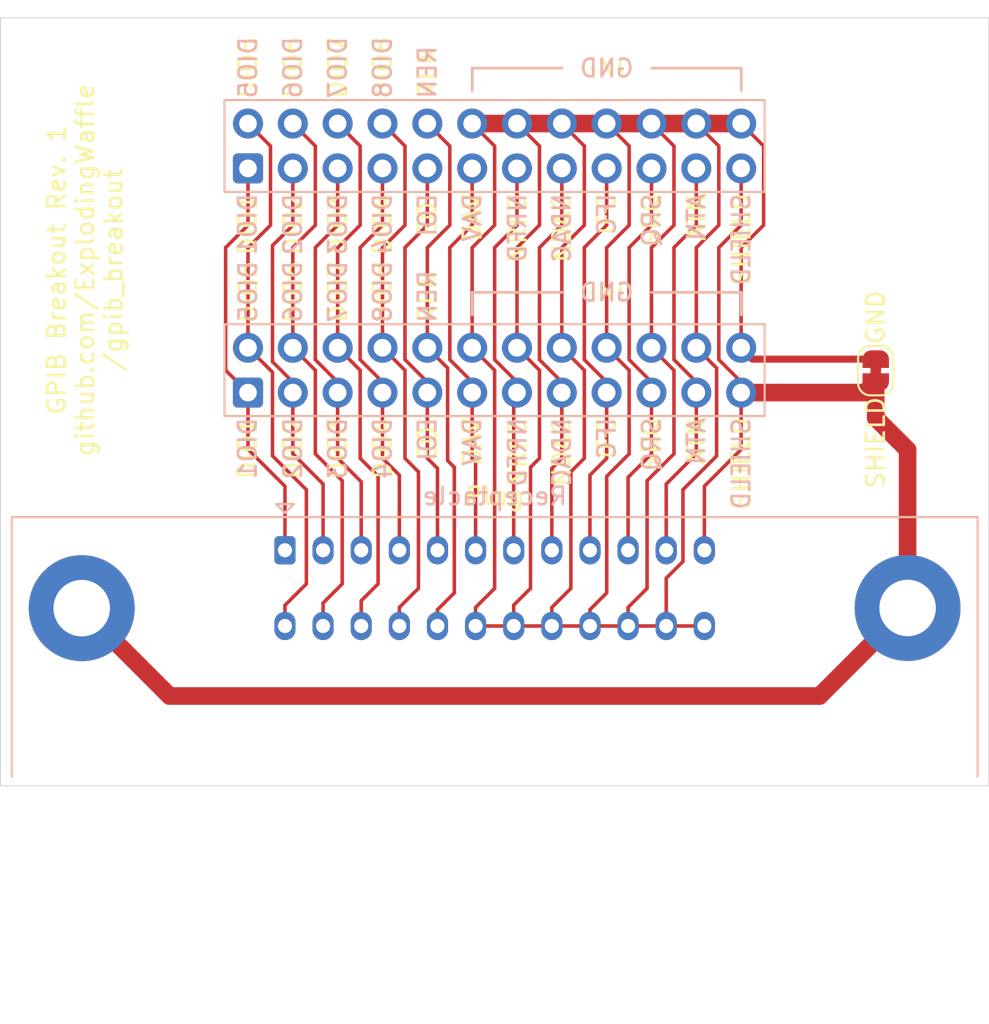
<source format=kicad_pcb>
(kicad_pcb (version 20241229) (generator "pcbnew") (generator_version "9.0")
  (layers (0 "F.Cu" signal) (2 "B.Cu" signal) (13 "F.Paste" user) (15 "B.Paste" user) (5 "F.SilkS" user "F.Silkscreen") (7 "B.SilkS" user "B.Silkscreen") (1 "F.Mask" user) (3 "B.Mask" user) (25 "Edge.Cuts" user))
  (net 0 "")
  (net 1 "/NDAC")
  (net 2 "/IFC")
  (net 3 "GND")
  (net 4 "/DIO1")
  (net 5 "/SRQ")
  (net 6 "/DIO2")
  (net 7 "/DIO3")
  (net 8 "/DIO7")
  (net 9 "/EOI")
  (net 10 "/DIO4")
  (net 11 "/ATN")
  (net 12 "/NRFD")
  (net 13 "/DIO8")
  (net 14 "/DIO5")
  (net 15 "/REN")
  (net 16 "/SHIELD")
  (net 17 "/DIO6")
  (net 18 "/DAV")
  (footprint "Connector_PinHeader_2.54mm:PinHeader_2x12_P2.54mm_Vertical" (layer "F.Cu") (at 125.13 98.3 90)
    (property "Reference" "J2" (hide yes))
    (property "Value" "2.54mm pitch header")
    (fp_line (start 3.87 -1.33) (end 3.87 29.27) (stroke (width 0.12)) (layer "F.SilkS"))
    (fp_line (start 1.27 -1.33) (end 3.87 -1.33) (stroke (width 0.12)) (layer "F.SilkS"))
    (fp_line (start -1.33 -1.33) (end 1.27 -1.33) (stroke (width 0.12)) (layer "F.SilkS"))
    (fp_line (start -1.33 1.27) (end -1.33 -1.33) (stroke (width 0.12)) (layer "F.SilkS"))
    (fp_line (start -1.33 1.27) (end -1.33 29.27) (stroke (width 0.12)) (layer "F.SilkS"))
    (fp_line (start -1.33 29.27) (end 3.87 29.27) (stroke (width 0.12)) (layer "F.SilkS"))
    (fp_line (start 3.87 -1.33) (end 3.87 29.27) (stroke (width 0.12)) (layer "B.SilkS"))
    (fp_line (start 1.27 -1.33) (end 3.87 -1.33) (stroke (width 0.12)) (layer "B.SilkS"))
    (fp_line (start -1.33 -1.33) (end 1.27 -1.33) (stroke (width 0.12)) (layer "B.SilkS"))
    (fp_line (start -1.33 1.27) (end -1.33 -1.33) (stroke (width 0.12)) (layer "B.SilkS"))
    (fp_line (start -1.33 1.27) (end -1.33 29.27) (stroke (width 0.12)) (layer "B.SilkS"))
    (fp_line (start -1.33 29.27) (end 3.87 29.27) (stroke (width 0.12)) (layer "B.SilkS"))
    (pad "1" thru_hole roundrect (at 0 0 90) (size 1.7 1.7) (drill 1) (layers "*.Cu" "*.Mask") (roundrect_rratio 0.1470588235) (net 4 "/DIO1"))
    (pad "2" thru_hole oval (at 2.54 0 90) (size 1.7 1.7) (drill 1) (layers "*.Cu" "*.Mask") (net 14 "/DIO5"))
    (pad "3" thru_hole oval (at 0 2.54 90) (size 1.7 1.7) (drill 1) (layers "*.Cu" "*.Mask") (net 6 "/DIO2"))
    (pad "4" thru_hole oval (at 2.54 2.54 90) (size 1.7 1.7) (drill 1) (layers "*.Cu" "*.Mask") (net 17 "/DIO6"))
    (pad "5" thru_hole oval (at 0 5.08 90) (size 1.7 1.7) (drill 1) (layers "*.Cu" "*.Mask") (net 7 "/DIO3"))
    (pad "6" thru_hole oval (at 2.54 5.08 90) (size 1.7 1.7) (drill 1) (layers "*.Cu" "*.Mask") (net 8 "/DIO7"))
    (pad "7" thru_hole oval (at 0 7.62 90) (size 1.7 1.7) (drill 1) (layers "*.Cu" "*.Mask") (net 10 "/DIO4"))
    (pad "8" thru_hole oval (at 2.54 7.62 90) (size 1.7 1.7) (drill 1) (layers "*.Cu" "*.Mask") (net 13 "/DIO8"))
    (pad "9" thru_hole oval (at 0 10.16 90) (size 1.7 1.7) (drill 1) (layers "*.Cu" "*.Mask") (net 9 "/EOI"))
    (pad "10" thru_hole oval (at 2.54 10.16 90) (size 1.7 1.7) (drill 1) (layers "*.Cu" "*.Mask") (net 15 "/REN"))
    (pad "11" thru_hole oval (at 0 12.7 90) (size 1.7 1.7) (drill 1) (layers "*.Cu" "*.Mask") (net 18 "/DAV"))
    (pad "12" thru_hole oval (at 2.54 12.7 90) (size 1.7 1.7) (drill 1) (layers "*.Cu" "*.Mask") (net 3 "GND"))
    (pad "13" thru_hole oval (at 0 15.24 90) (size 1.7 1.7) (drill 1) (layers "*.Cu" "*.Mask") (net 12 "/NRFD"))
    (pad "14" thru_hole oval (at 2.54 15.24 90) (size 1.7 1.7) (drill 1) (layers "*.Cu" "*.Mask") (net 3 "GND"))
    (pad "15" thru_hole oval (at 0 17.78 90) (size 1.7 1.7) (drill 1) (layers "*.Cu" "*.Mask") (net 1 "/NDAC"))
    (pad "16" thru_hole oval (at 2.54 17.78 90) (size 1.7 1.7) (drill 1) (layers "*.Cu" "*.Mask") (net 3 "GND"))
    (pad "17" thru_hole oval (at 0 20.32 90) (size 1.7 1.7) (drill 1) (layers "*.Cu" "*.Mask") (net 2 "/IFC"))
    (pad "18" thru_hole oval (at 2.54 20.32 90) (size 1.7 1.7) (drill 1) (layers "*.Cu" "*.Mask") (net 3 "GND"))
    (pad "19" thru_hole oval (at 0 22.86 90) (size 1.7 1.7) (drill 1) (layers "*.Cu" "*.Mask") (net 5 "/SRQ"))
    (pad "20" thru_hole oval (at 2.54 22.86 90) (size 1.7 1.7) (drill 1) (layers "*.Cu" "*.Mask") (net 3 "GND"))
    (pad "21" thru_hole oval (at 0 25.4 90) (size 1.7 1.7) (drill 1) (layers "*.Cu" "*.Mask") (net 11 "/ATN"))
    (pad "22" thru_hole oval (at 2.54 25.4 90) (size 1.7 1.7) (drill 1) (layers "*.Cu" "*.Mask") (net 3 "GND"))
    (pad "23" thru_hole oval (at 0 27.94 90) (size 1.7 1.7) (drill 1) (layers "*.Cu" "*.Mask") (net 16 "/SHIELD"))
    (pad "24" thru_hole oval (at 2.54 27.94 90) (size 1.7 1.7) (drill 1) (layers "*.Cu" "*.Mask") (net 3 "GND"))
  )
  (footprint "MyLibrary:GPIB_Conn" (layer "F.Cu") (at 127.225 107.23)
    (property "Reference" "J1" (hide yes))
    (property "Value" "GPIB connector")
    (fp_line (start -15.48 -1.875) (end 39.24 -1.875) (stroke (width 0.12)) (layer "F.SilkS"))
    (fp_line (start -15.48 12.835) (end -15.48 -1.875) (stroke (width 0.12)) (layer "F.SilkS"))
    (fp_line (start -0.5 -2.615) (end 0.5 -2.615) (stroke (width 0.12)) (layer "F.SilkS"))
    (fp_line (start 0 -2.115) (end -0.5 -2.615) (stroke (width 0.12)) (layer "F.SilkS"))
    (fp_line (start 0.5 -2.615) (end 0 -2.115) (stroke (width 0.12)) (layer "F.SilkS"))
    (fp_line (start 39.24 -1.875) (end 39.24 12.835) (stroke (width 0.12)) (layer "F.SilkS"))
    (fp_line (start -15.48 -1.875) (end 39.24 -1.875) (stroke (width 0.12)) (layer "B.SilkS"))
    (fp_line (start -15.48 12.835) (end -15.48 -1.875) (stroke (width 0.12)) (layer "B.SilkS"))
    (fp_line (start -0.5 -2.615) (end 0.5 -2.615) (stroke (width 0.12)) (layer "B.SilkS"))
    (fp_line (start 0 -2.115) (end -0.5 -2.615) (stroke (width 0.12)) (layer "B.SilkS"))
    (fp_line (start 0.5 -2.615) (end 0 -2.115) (stroke (width 0.12)) (layer "B.SilkS"))
    (fp_line (start 39.24 -1.875) (end 39.24 12.835) (stroke (width 0.12)) (layer "B.SilkS"))
    (fp_text user "Plug" (at 11.88 -2.475 0) (layer "F.SilkS") (effects (justify bottom)))
    (fp_text user "Receptacle" (at 11.88 -2.475 0) (layer "B.SilkS") (effects (justify bottom mirror)))
    (pad "1" thru_hole roundrect (at 0 0) (size 1.2 1.6) (drill 0.8) (layers "*.Cu" "*.Mask") (roundrect_rratio 0.2083333333) (net 4 "/DIO1"))
    (pad "2" thru_hole oval (at 2.16 0) (size 1.2 1.6) (drill 0.8) (layers "*.Cu" "*.Mask") (net 6 "/DIO2"))
    (pad "3" thru_hole oval (at 4.32 0) (size 1.2 1.6) (drill 0.8) (layers "*.Cu" "*.Mask") (net 7 "/DIO3"))
    (pad "4" thru_hole oval (at 6.48 0) (size 1.2 1.6) (drill 0.8) (layers "*.Cu" "*.Mask") (net 10 "/DIO4"))
    (pad "5" thru_hole oval (at 8.64 0) (size 1.2 1.6) (drill 0.8) (layers "*.Cu" "*.Mask") (net 9 "/EOI"))
    (pad "6" thru_hole oval (at 10.8 0) (size 1.2 1.6) (drill 0.8) (layers "*.Cu" "*.Mask") (net 18 "/DAV"))
    (pad "7" thru_hole oval (at 12.96 0) (size 1.2 1.6) (drill 0.8) (layers "*.Cu" "*.Mask") (net 12 "/NRFD"))
    (pad "8" thru_hole oval (at 15.12 0) (size 1.2 1.6) (drill 0.8) (layers "*.Cu" "*.Mask") (net 1 "/NDAC"))
    (pad "9" thru_hole oval (at 17.28 0) (size 1.2 1.6) (drill 0.8) (layers "*.Cu" "*.Mask") (net 2 "/IFC"))
    (pad "10" thru_hole oval (at 19.44 0) (size 1.2 1.6) (drill 0.8) (layers "*.Cu" "*.Mask") (net 5 "/SRQ"))
    (pad "11" thru_hole oval (at 21.6 0) (size 1.2 1.6) (drill 0.8) (layers "*.Cu" "*.Mask") (net 11 "/ATN"))
    (pad "12" thru_hole oval (at 23.76 0) (size 1.2 1.6) (drill 0.8) (layers "*.Cu" "*.Mask") (net 16 "/SHIELD"))
    (pad "13" thru_hole oval (at 0 4.29) (size 1.2 1.6) (drill 0.8) (layers "*.Cu" "*.Mask") (net 14 "/DIO5"))
    (pad "14" thru_hole oval (at 2.16 4.29) (size 1.2 1.6) (drill 0.8) (layers "*.Cu" "*.Mask") (net 17 "/DIO6"))
    (pad "15" thru_hole oval (at 4.32 4.29) (size 1.2 1.6) (drill 0.8) (layers "*.Cu" "*.Mask") (net 8 "/DIO7"))
    (pad "16" thru_hole oval (at 6.48 4.29) (size 1.2 1.6) (drill 0.8) (layers "*.Cu" "*.Mask") (net 13 "/DIO8"))
    (pad "17" thru_hole oval (at 8.64 4.29) (size 1.2 1.6) (drill 0.8) (layers "*.Cu" "*.Mask") (net 15 "/REN"))
    (pad "18" thru_hole oval (at 10.8 4.29) (size 1.2 1.6) (drill 0.8) (layers "*.Cu" "*.Mask") (net 3 "GND"))
    (pad "19" thru_hole oval (at 12.96 4.29) (size 1.2 1.6) (drill 0.8) (layers "*.Cu" "*.Mask") (net 3 "GND"))
    (pad "20" thru_hole oval (at 15.12 4.29) (size 1.2 1.6) (drill 0.8) (layers "*.Cu" "*.Mask") (net 3 "GND"))
    (pad "21" thru_hole oval (at 17.28 4.29) (size 1.2 1.6) (drill 0.8) (layers "*.Cu" "*.Mask") (net 3 "GND"))
    (pad "22" thru_hole oval (at 19.44 4.29) (size 1.2 1.6) (drill 0.8) (layers "*.Cu" "*.Mask") (net 3 "GND"))
    (pad "23" thru_hole oval (at 21.6 4.29) (size 1.2 1.6) (drill 0.8) (layers "*.Cu" "*.Mask") (net 3 "GND"))
    (pad "24" thru_hole oval (at 23.76 4.29) (size 1.2 1.6) (drill 0.8) (layers "*.Cu" "*.Mask") (net 3 "GND"))
    (pad "MP" thru_hole circle (at -11.515 3.28) (size 6 6) (drill 3.2) (layers "*.Cu" "*.Mask") (net 16 "/SHIELD"))
    (pad "MP" thru_hole circle (at 35.275 3.27) (size 6 6) (drill 3.2) (layers "*.Cu" "*.Mask") (net 16 "/SHIELD"))
  )
  (footprint "Jumper:SolderJumper-2_P1.3mm_Bridged_RoundedPad1.0x1.5mm" (layer "F.Cu") (at 160.695 97.055 -90)
    (property "Reference" "JP1" (hide yes))
    (property "Value" "GND SHIELD")
    (fp_poly (pts (xy 0.25 -0.3) (xy -0.25 -0.3) (xy -0.25 0.3) (xy 0.25 0.3)) (fill yes) (layer "F.Cu"))
    (fp_line (start 0.7 1) (end -0.7 1) (stroke (width 0.12)) (layer "F.SilkS"))
    (fp_line (start -1.4 0.3) (end -1.4 -0.3) (stroke (width 0.12)) (layer "F.SilkS"))
    (fp_line (start 1.4 -0.3) (end 1.4 0.3) (stroke (width 0.12)) (layer "F.SilkS"))
    (fp_line (start -0.7 -1) (end 0.7 -1) (stroke (width 0.12)) (layer "F.SilkS"))
    (fp_arc (start -0.7 1) (mid -1.194975 0.794975) (end -1.4 0.3) (stroke (width 0.12)) (layer "F.SilkS"))
    (fp_arc (start 1.4 0.3) (mid 1.194975 0.794975) (end 0.7 1) (stroke (width 0.12)) (layer "F.SilkS"))
    (fp_arc (start -1.4 -0.3) (mid -1.194975 -0.794975) (end -0.7 -1) (stroke (width 0.12)) (layer "F.SilkS"))
    (fp_arc (start 0.7 -1) (mid 1.194975 -0.794975) (end 1.4 -0.3) (stroke (width 0.12)) (layer "F.SilkS"))
    (pad "1" smd custom (at -0.65 0 270) (size 1 0.5) (layers "F.Cu" "F.Mask") (net 3 "GND") (options (clearance outline) (anchor rect)) (primitives (gr_circle (center 0 0.25) (end 0.5 0.25) (width 0) (fill yes)) (gr_circle (center 0 -0.25) (end 0.5 -0.25) (width 0) (fill yes)) (gr_poly (pts (xy 0.5 0.75) (xy 0 0.75) (xy 0 -0.75) (xy 0.5 -0.75)) (width 0) (fill yes))))
    (pad "2" smd custom (at 0.65 0 270) (size 1 0.5) (layers "F.Cu" "F.Mask") (net 16 "/SHIELD") (options (clearance outline) (anchor rect)) (primitives (gr_circle (center 0 0.25) (end 0.5 0.25) (width 0) (fill yes)) (gr_circle (center 0 -0.25) (end 0.5 -0.25) (width 0) (fill yes)) (gr_poly (pts (xy 0 0.75) (xy -0.5 0.75) (xy -0.5 -0.75) (xy 0 -0.75)) (width 0) (fill yes))))
  )
  (footprint "Connector_PinHeader_2.54mm:PinHeader_2x12_P2.54mm_Vertical" (layer "F.Cu") (at 125.13 85.6 90)
    (property "Reference" "J3" (hide yes))
    (property "Value" "2.54mm pitch header")
    (fp_line (start 3.87 -1.33) (end 3.87 29.27) (stroke (width 0.12)) (layer "F.SilkS"))
    (fp_line (start 1.27 -1.33) (end 3.87 -1.33) (stroke (width 0.12)) (layer "F.SilkS"))
    (fp_line (start -1.33 -1.33) (end 1.27 -1.33) (stroke (width 0.12)) (layer "F.SilkS"))
    (fp_line (start -1.33 1.27) (end -1.33 -1.33) (stroke (width 0.12)) (layer "F.SilkS"))
    (fp_line (start -1.33 1.27) (end -1.33 29.27) (stroke (width 0.12)) (layer "F.SilkS"))
    (fp_line (start -1.33 29.27) (end 3.87 29.27) (stroke (width 0.12)) (layer "F.SilkS"))
    (fp_line (start 3.87 -1.33) (end 3.87 29.27) (stroke (width 0.12)) (layer "B.SilkS"))
    (fp_line (start 1.27 -1.33) (end 3.87 -1.33) (stroke (width 0.12)) (layer "B.SilkS"))
    (fp_line (start -1.33 -1.33) (end 1.27 -1.33) (stroke (width 0.12)) (layer "B.SilkS"))
    (fp_line (start -1.33 1.27) (end -1.33 -1.33) (stroke (width 0.12)) (layer "B.SilkS"))
    (fp_line (start -1.33 1.27) (end -1.33 29.27) (stroke (width 0.12)) (layer "B.SilkS"))
    (fp_line (start -1.33 29.27) (end 3.87 29.27) (stroke (width 0.12)) (layer "B.SilkS"))
    (pad "1" thru_hole roundrect (at 0 0 90) (size 1.7 1.7) (drill 1) (layers "*.Cu" "*.Mask") (roundrect_rratio 0.1470588235) (net 4 "/DIO1"))
    (pad "2" thru_hole oval (at 2.54 0 90) (size 1.7 1.7) (drill 1) (layers "*.Cu" "*.Mask") (net 14 "/DIO5"))
    (pad "3" thru_hole oval (at 0 2.54 90) (size 1.7 1.7) (drill 1) (layers "*.Cu" "*.Mask") (net 6 "/DIO2"))
    (pad "4" thru_hole oval (at 2.54 2.54 90) (size 1.7 1.7) (drill 1) (layers "*.Cu" "*.Mask") (net 17 "/DIO6"))
    (pad "5" thru_hole oval (at 0 5.08 90) (size 1.7 1.7) (drill 1) (layers "*.Cu" "*.Mask") (net 7 "/DIO3"))
    (pad "6" thru_hole oval (at 2.54 5.08 90) (size 1.7 1.7) (drill 1) (layers "*.Cu" "*.Mask") (net 8 "/DIO7"))
    (pad "7" thru_hole oval (at 0 7.62 90) (size 1.7 1.7) (drill 1) (layers "*.Cu" "*.Mask") (net 10 "/DIO4"))
    (pad "8" thru_hole oval (at 2.54 7.62 90) (size 1.7 1.7) (drill 1) (layers "*.Cu" "*.Mask") (net 13 "/DIO8"))
    (pad "9" thru_hole oval (at 0 10.16 90) (size 1.7 1.7) (drill 1) (layers "*.Cu" "*.Mask") (net 9 "/EOI"))
    (pad "10" thru_hole oval (at 2.54 10.16 90) (size 1.7 1.7) (drill 1) (layers "*.Cu" "*.Mask") (net 15 "/REN"))
    (pad "11" thru_hole oval (at 0 12.7 90) (size 1.7 1.7) (drill 1) (layers "*.Cu" "*.Mask") (net 18 "/DAV"))
    (pad "12" thru_hole oval (at 2.54 12.7 90) (size 1.7 1.7) (drill 1) (layers "*.Cu" "*.Mask") (net 3 "GND"))
    (pad "13" thru_hole oval (at 0 15.24 90) (size 1.7 1.7) (drill 1) (layers "*.Cu" "*.Mask") (net 12 "/NRFD"))
    (pad "14" thru_hole oval (at 2.54 15.24 90) (size 1.7 1.7) (drill 1) (layers "*.Cu" "*.Mask") (net 3 "GND"))
    (pad "15" thru_hole oval (at 0 17.78 90) (size 1.7 1.7) (drill 1) (layers "*.Cu" "*.Mask") (net 1 "/NDAC"))
    (pad "16" thru_hole oval (at 2.54 17.78 90) (size 1.7 1.7) (drill 1) (layers "*.Cu" "*.Mask") (net 3 "GND"))
    (pad "17" thru_hole oval (at 0 20.32 90) (size 1.7 1.7) (drill 1) (layers "*.Cu" "*.Mask") (net 2 "/IFC"))
    (pad "18" thru_hole oval (at 2.54 20.32 90) (size 1.7 1.7) (drill 1) (layers "*.Cu" "*.Mask") (net 3 "GND"))
    (pad "19" thru_hole oval (at 0 22.86 90) (size 1.7 1.7) (drill 1) (layers "*.Cu" "*.Mask") (net 5 "/SRQ"))
    (pad "20" thru_hole oval (at 2.54 22.86 90) (size 1.7 1.7) (drill 1) (layers "*.Cu" "*.Mask") (net 3 "GND"))
    (pad "21" thru_hole oval (at 0 25.4 90) (size 1.7 1.7) (drill 1) (layers "*.Cu" "*.Mask") (net 11 "/ATN"))
    (pad "22" thru_hole oval (at 2.54 25.4 90) (size 1.7 1.7) (drill 1) (layers "*.Cu" "*.Mask") (net 3 "GND"))
    (pad "23" thru_hole oval (at 0 27.94 90) (size 1.7 1.7) (drill 1) (layers "*.Cu" "*.Mask") (net 16 "/SHIELD"))
    (pad "24" thru_hole oval (at 2.54 27.94 90) (size 1.7 1.7) (drill 1) (layers "*.Cu" "*.Mask") (net 3 "GND"))
  )
  (gr_line (start 142.915 79.925) (end 137.835 79.925) (stroke (width 0.15)) (layer "F.SilkS"))
  (gr_line (start 147.995 79.925) (end 153.075 79.925) (stroke (width 0.15)) (layer "F.SilkS"))
  (gr_line (start 137.835 92.625) (end 137.835 93.895) (stroke (width 0.15)) (layer "F.SilkS"))
  (gr_line (start 153.075 79.925) (end 153.075 81.195) (stroke (width 0.15)) (layer "F.SilkS"))
  (gr_line (start 142.915 92.625) (end 137.835 92.625) (stroke (width 0.15)) (layer "F.SilkS"))
  (gr_line (start 147.995 92.625) (end 153.075 92.625) (stroke (width 0.15)) (layer "F.SilkS"))
  (gr_line (start 137.835 79.925) (end 137.835 81.195) (stroke (width 0.15)) (layer "F.SilkS"))
  (gr_line (start 153.075 92.625) (end 153.075 93.895) (stroke (width 0.15)) (layer "F.SilkS"))
  (gr_line (start 153.075 79.925) (end 153.075 81.195) (stroke (width 0.15)) (layer "B.SilkS"))
  (gr_line (start 137.835 79.925) (end 137.835 81.195) (stroke (width 0.15)) (layer "B.SilkS"))
  (gr_line (start 137.835 92.625) (end 137.835 93.895) (stroke (width 0.15)) (layer "B.SilkS"))
  (gr_line (start 147.995 92.625) (end 153.075 92.625) (stroke (width 0.15)) (layer "B.SilkS"))
  (gr_line (start 147.995 79.925) (end 153.075 79.925) (stroke (width 0.15)) (layer "B.SilkS"))
  (gr_line (start 142.915 92.625) (end 137.835 92.625) (stroke (width 0.15)) (layer "B.SilkS"))
  (gr_line (start 153.075 92.625) (end 153.075 93.895) (stroke (width 0.15)) (layer "B.SilkS"))
  (gr_line (start 142.915 79.925) (end 137.835 79.925) (stroke (width 0.15)) (layer "B.SilkS"))
  (gr_rect (start 111.105 77.065) (end 167.105 120.565) (stroke (width 0.05)) (fill no) (layer "Edge.Cuts"))
  (gr_text "DIO4" (at 132.755 86.93 90) (layer "F.SilkS") (effects (font (size 1 1)) (justify right)))
  (gr_text "ATN" (at 150.535 86.93 90) (layer "F.SilkS") (effects (font (size 1 1)) (justify right)))
  (gr_text "SRQ" (at 147.995 99.63 90) (layer "F.SilkS") (effects (font (size 1 1)) (justify right)))
  (gr_text "GPIB Breakout Rev. 1\ngithub.com/ExplodingWaffle\n/gpib_breakout" (at 113.705 91.355 90) (layer "F.SilkS") (effects (font (size 1 1)) (justify top)))
  (gr_text "DIO6" (at 127.675 81.73 90) (layer "F.SilkS") (effects (font (size 1 1)) (justify left)))
  (gr_text "DIO3" (at 130.215 86.93 90) (layer "F.SilkS") (effects (font (size 1 1)) (justify right)))
  (gr_text "SRQ" (at 147.995 86.93 90) (layer "F.SilkS") (effects (font (size 1 1)) (justify right)))
  (gr_text "DIO8" (at 132.755 94.43 90) (layer "F.SilkS") (effects (font (size 1 1)) (justify left)))
  (gr_text "EOI" (at 135.295 99.63 90) (layer "F.SilkS") (effects (font (size 1 1)) (justify right)))
  (gr_text "NRFD" (at 140.4 99.63 90) (layer "F.SilkS") (effects (font (size 1 1)) (justify right)))
  (gr_text "SHIELD" (at 153.075 99.63 90) (layer "F.SilkS") (effects (font (size 1 1)) (justify right)))
  (gr_text "DAV" (at 137.835 86.93 90) (layer "F.SilkS") (effects (font (size 1 1)) (justify right)))
  (gr_text "DAV" (at 137.835 99.63 90) (layer "F.SilkS") (effects (font (size 1 1)) (justify right)))
  (gr_text "DIO8" (at 132.755 81.73 90) (layer "F.SilkS") (effects (font (size 1 1)) (justify left)))
  (gr_text "ATN" (at 150.535 99.63 90) (layer "F.SilkS") (effects (font (size 1 1)) (justify right)))
  (gr_text "DIO1" (at 125.1 86.93 90) (layer "F.SilkS") (effects (font (size 1 1)) (justify right)))
  (gr_text "DIO3" (at 130.215 99.63 90) (layer "F.SilkS") (effects (font (size 1 1)) (justify right)))
  (gr_text "DIO1" (at 125.1 99.63 90) (layer "F.SilkS") (effects (font (size 1 1)) (justify right)))
  (gr_text "DIO7" (at 130.215 81.73 90) (layer "F.SilkS") (effects (font (size 1 1)) (justify left)))
  (gr_text "SHIELD" (at 153.075 86.93 90) (layer "F.SilkS") (effects (font (size 1 1)) (justify right)))
  (gr_text "NRFD" (at 140.4 86.93 90) (layer "F.SilkS") (effects (font (size 1 1)) (justify right)))
  (gr_text "IFC" (at 145.455 86.93 90) (layer "F.SilkS") (effects (font (size 1 1)) (justify right)))
  (gr_text "DIO7" (at 130.215 94.43 90) (layer "F.SilkS") (effects (font (size 1 1)) (justify left)))
  (gr_text "NDAC" (at 142.915 99.63 90) (layer "F.SilkS") (effects (font (size 1 1)) (justify right)))
  (gr_text "DIO2" (at 127.675 86.93 90) (layer "F.SilkS") (effects (font (size 1 1)) (justify right)))
  (gr_text "DIO4" (at 132.755 99.63 90) (layer "F.SilkS") (effects (font (size 1 1)) (justify right)))
  (gr_text "EOI" (at 135.295 86.93 90) (layer "F.SilkS") (effects (font (size 1 1)) (justify right)))
  (gr_text "GND" (at 145.455 79.925 0) (layer "F.SilkS") (effects (font (size 1 1))))
  (gr_text "DIO2" (at 127.675 99.63 90) (layer "F.SilkS") (effects (font (size 1 1)) (justify right)))
  (gr_text "DIO5" (at 125.135 81.73 90) (layer "F.SilkS") (effects (font (size 1 1)) (justify left)))
  (gr_text "SHIELD" (at 160.695 98.455 90) (layer "F.SilkS") (effects (font (size 1 1)) (justify right)))
  (gr_text "REN" (at 135.295 94.43 90) (layer "F.SilkS") (effects (font (size 1 1)) (justify left)))
  (gr_text "GND" (at 160.695 95.655 90) (layer "F.SilkS") (effects (font (size 1 1)) (justify left)))
  (gr_text "DIO6" (at 127.675 94.43 90) (layer "F.SilkS") (effects (font (size 1 1)) (justify left)))
  (gr_text "NDAC" (at 142.915 86.93 90) (layer "F.SilkS") (effects (font (size 1 1)) (justify right)))
  (gr_text "DIO5" (at 125.135 94.43 90) (layer "F.SilkS") (effects (font (size 1 1)) (justify left)))
  (gr_text "IFC" (at 145.455 99.63 90) (layer "F.SilkS") (effects (font (size 1 1)) (justify right)))
  (gr_text "GND" (at 145.455 92.625 0) (layer "F.SilkS") (effects (font (size 1 1))))
  (gr_text "REN" (at 135.295 81.73 90) (layer "F.SilkS") (effects (font (size 1 1)) (justify left)))
  (gr_text "DAV" (at 137.835 99.63 90) (layer "B.SilkS") (effects (font (size 1 1)) (justify left mirror)))
  (gr_text "DIO8" (at 132.755 81.73 90) (layer "B.SilkS") (effects (font (size 1 1)) (justify right mirror)))
  (gr_text "NRFD" (at 140.4 99.63 90) (layer "B.SilkS") (effects (font (size 1 1)) (justify left mirror)))
  (gr_text "SHIELD" (at 153.075 86.93 90) (layer "B.SilkS") (effects (font (size 1 1)) (justify left mirror)))
  (gr_text "IFC" (at 145.455 86.93 90) (layer "B.SilkS") (effects (font (size 1 1)) (justify left mirror)))
  (gr_text "DIO5" (at 125.135 81.73 90) (layer "B.SilkS") (effects (font (size 1 1)) (justify right mirror)))
  (gr_text "ATN" (at 150.535 86.93 90) (layer "B.SilkS") (effects (font (size 1 1)) (justify left mirror)))
  (gr_text "NDAC" (at 142.915 99.63 90) (layer "B.SilkS") (effects (font (size 1 1)) (justify left mirror)))
  (gr_text "DIO6" (at 127.675 94.43 90) (layer "B.SilkS") (effects (font (size 1 1)) (justify right mirror)))
  (gr_text "SHIELD" (at 153.075 99.63 90) (layer "B.SilkS") (effects (font (size 1 1)) (justify left mirror)))
  (gr_text "EOI" (at 135.295 86.93 90) (layer "B.SilkS") (effects (font (size 1 1)) (justify left mirror)))
  (gr_text "REN" (at 135.295 81.73 90) (layer "B.SilkS") (effects (font (size 1 1)) (justify right mirror)))
  (gr_text "DIO2" (at 127.675 86.93 90) (layer "B.SilkS") (effects (font (size 1 1)) (justify left mirror)))
  (gr_text "DIO8" (at 132.755 94.43 90) (layer "B.SilkS") (effects (font (size 1 1)) (justify right mirror)))
  (gr_text "DIO3" (at 130.215 99.63 90) (layer "B.SilkS") (effects (font (size 1 1)) (justify left mirror)))
  (gr_text "DAV" (at 137.835 86.93 90) (layer "B.SilkS") (effects (font (size 1 1)) (justify left mirror)))
  (gr_text "IFC" (at 145.455 99.63 90) (layer "B.SilkS") (effects (font (size 1 1)) (justify left mirror)))
  (gr_text "GND" (at 145.455 79.925 0) (layer "B.SilkS") (effects (font (size 1 1)) (justify mirror)))
  (gr_text "SRQ" (at 147.995 99.63 90) (layer "B.SilkS") (effects (font (size 1 1)) (justify left mirror)))
  (gr_text "NRFD" (at 140.4 86.93 90) (layer "B.SilkS") (effects (font (size 1 1)) (justify left mirror)))
  (gr_text "REN" (at 135.295 94.43 90) (layer "B.SilkS") (effects (font (size 1 1)) (justify right mirror)))
  (gr_text "SRQ" (at 147.995 86.93 90) (layer "B.SilkS") (effects (font (size 1 1)) (justify left mirror)))
  (gr_text "GND" (at 145.455 92.625 0) (layer "B.SilkS") (effects (font (size 1 1)) (justify mirror)))
  (gr_text "NDAC" (at 142.915 86.93 90) (layer "B.SilkS") (effects (font (size 1 1)) (justify left mirror)))
  (gr_text "DIO2" (at 127.675 99.63 90) (layer "B.SilkS") (effects (font (size 1 1)) (justify left mirror)))
  (gr_text "ATN" (at 150.535 99.63 90) (layer "B.SilkS") (effects (font (size 1 1)) (justify left mirror)))
  (gr_text "EOI" (at 135.295 99.63 90) (layer "B.SilkS") (effects (font (size 1 1)) (justify left mirror)))
  (gr_text "DIO1" (at 125.1 99.63 90) (layer "B.SilkS") (effects (font (size 1 1)) (justify left mirror)))
  (gr_text "DIO5" (at 125.135 94.43 90) (layer "B.SilkS") (effects (font (size 1 1)) (justify right mirror)))
  (gr_text "DIO1" (at 125.1 86.93 90) (layer "B.SilkS") (effects (font (size 1 1)) (justify left mirror)))
  (gr_text "DIO6" (at 127.675 81.73 90) (layer "B.SilkS") (effects (font (size 1 1)) (justify right mirror)))
  (gr_text "DIO7" (at 130.215 94.43 90) (layer "B.SilkS") (effects (font (size 1 1)) (justify right mirror)))
  (gr_text "DIO4" (at 132.755 99.63 90) (layer "B.SilkS") (effects (font (size 1 1)) (justify left mirror)))
  (gr_text "DIO4" (at 132.755 86.93 90) (layer "B.SilkS") (effects (font (size 1 1)) (justify left mirror)))
  (gr_text "DIO7" (at 130.215 81.73 90) (layer "B.SilkS") (effects (font (size 1 1)) (justify right mirror)))
  (gr_text "DIO3" (at 130.215 86.93 90) (layer "B.SilkS") (effects (font (size 1 1)) (justify left mirror)))
  (segment (start 142.91 97.7) (end 141.645 96.435) (width 0.2) (layer "F.Cu") (net 1))
  (segment (start 142.345 107.23) (end 142.345 102.593) (width 0.2) (layer "F.Cu") (net 1))
  (segment (start 142.91 102.028) (end 142.91 98.3) (width 0.2) (layer "F.Cu") (net 1))
  (segment (start 141.645 96.435) (end 141.645 90.085) (width 0.2) (layer "F.Cu") (net 1))
  (segment (start 142.91 98.3) (end 142.91 97.7) (width 0.2) (layer "F.Cu") (net 1))
  (segment (start 142.91 88.81) (end 142.91 85.6) (width 0.2) (layer "F.Cu") (net 1))
  (segment (start 142.915 88.815) (end 142.91 88.81) (width 0.2) (layer "F.Cu") (net 1))
  (segment (start 142.345 102.593) (end 142.91 102.028) (width 0.2) (layer "F.Cu") (net 1))
  (segment (start 141.645 90.085) (end 142.915 88.815) (width 0.2) (layer "F.Cu") (net 1))
  (segment (start 144.185 96.435) (end 144.185 90.085) (width 0.2) (layer "F.Cu") (net 2))
  (segment (start 144.505 107.23) (end 144.505 102.973) (width 0.2) (layer "F.Cu") (net 2))
  (segment (start 144.505 102.973) (end 145.455 102.023) (width 0.2) (layer "F.Cu") (net 2))
  (segment (start 145.45 97.7) (end 144.185 96.435) (width 0.2) (layer "F.Cu") (net 2))
  (segment (start 145.45 85.6) (end 145.45 88.81) (width 0.2) (layer "F.Cu") (net 2))
  (segment (start 145.455 102.023) (end 145.45 102.018) (width 0.2) (layer "F.Cu") (net 2))
  (segment (start 145.45 102.018) (end 145.45 98.3) (width 0.2) (layer "F.Cu") (net 2))
  (segment (start 144.185 90.085) (end 145.455 88.815) (width 0.2) (layer "F.Cu") (net 2))
  (segment (start 145.45 88.81) (end 145.455 88.815) (width 0.2) (layer "F.Cu") (net 2))
  (segment (start 145.45 98.3) (end 145.45 97.7) (width 0.2) (layer "F.Cu") (net 2))
  (segment (start 148.825 111.52) (end 148.825 108.813) (width 0.2) (layer "F.Cu") (net 3))
  (segment (start 140.185 111.52) (end 142.345 111.52) (width 0.2) (layer "F.Cu") (net 3))
  (segment (start 146.725 101.769) (end 146.725 97.035) (width 0.2) (layer "F.Cu") (net 3))
  (segment (start 151.805 88.815) (end 151.805 84.335) (width 0.2) (layer "F.Cu") (net 3))
  (segment (start 142.91 90.09) (end 144.185 88.815) (width 0.2) (layer "F.Cu") (net 3))
  (segment (start 143.423 109.389) (end 143.423 102.785) (width 0.2) (layer "F.Cu") (net 3))
  (segment (start 141.645 102.023) (end 141.645 97.035) (width 0.2) (layer "F.Cu") (net 3))
  (segment (start 137.83 95.76) (end 137.83 90.09) (width 0.2) (layer "F.Cu") (net 3))
  (segment (start 151.805 84.335) (end 150.53 83.06) (width 0.2) (layer "F.Cu") (net 3))
  (segment (start 149.773 103.801) (end 151.681 101.893) (width 0.2) (layer "F.Cu") (net 3))
  (segment (start 146.725 97.035) (end 145.45 95.76) (width 0.2) (layer "F.Cu") (net 3))
  (segment (start 142.91 95.76) (end 142.91 90.09) (width 0.2) (layer "F.Cu") (net 3))
  (segment (start 141.137 102.531) (end 141.645 102.023) (width 0.2) (layer "F.Cu") (net 3))
  (segment (start 144.185 84.335) (end 142.91 83.06) (width 0.2) (layer "F.Cu") (net 3))
  (segment (start 140.185 111.52) (end 140.185 110.341) (width 0.2) (layer "F.Cu") (net 3))
  (segment (start 154.345 88.815) (end 154.345 84.335) (width 0.2) (layer "F.Cu") (net 3))
  (segment (start 140.37 90.09) (end 141.645 88.815) (width 0.2) (layer "F.Cu") (net 3))
  (segment (start 146.725 84.335) (end 145.45 83.06) (width 0.2) (layer "F.Cu") (net 3))
  (segment (start 141.137 109.389) (end 141.137 102.531) (width 0.2) (layer "F.Cu") (net 3))
  (segment (start 149.265 84.335) (end 147.99 83.06) (width 0.2) (layer "F.Cu") (net 3))
  (segment (start 147.741 103.293) (end 149.265 101.769) (width 0.2) (layer "F.Cu") (net 3))
  (segment (start 138.025 111.52) (end 140.185 111.52) (width 0.2) (layer "F.Cu") (net 3))
  (segment (start 151.681 96.911) (end 150.53 95.76) (width 0.2) (layer "F.Cu") (net 3))
  (segment (start 147.741 109.389) (end 147.741 103.293) (width 0.2) (layer "F.Cu") (net 3))
  (segment (start 142.345 110.467) (end 143.423 109.389) (width 0.2) (layer "F.Cu") (net 3))
  (segment (start 148.825 108.813) (end 149.773 107.865) (width 0.2) (layer "F.Cu") (net 3))
  (segment (start 144.505 111.52) (end 146.665 111.52) (width 0.2) (layer "F.Cu") (net 3))
  (segment (start 153.07 90.09) (end 154.345 88.815) (width 0.2) (layer "F.Cu") (net 3))
  (segment (start 140.37 95.76) (end 140.37 90.09) (width 0.2) (layer "F.Cu") (net 3))
  (segment (start 139.105 97.035) (end 137.83 95.76) (width 0.2) (layer "F.Cu") (net 3))
  (segment (start 137.83 90.09) (end 139.105 88.815) (width 0.2) (layer "F.Cu") (net 3))
  (segment (start 138.025 111.52) (end 138.025 110.469) (width 0.2) (layer "F.Cu") (net 3))
  (segment (start 154.345 84.335) (end 153.07 83.06) (width 0.2) (layer "F.Cu") (net 3))
  (segment (start 147.99 95.76) (end 147.99 90.09) (width 0.2) (layer "F.Cu") (net 3))
  (segment (start 139.105 88.815) (end 139.105 84.335) (width 0.2) (layer "F.Cu") (net 3))
  (segment (start 138.025 110.469) (end 139.105 109.389) (width 0.2) (layer "F.Cu") (net 3))
  (segment (start 143.423 102.785) (end 144.185 102.023) (width 0.2) (layer "F.Cu") (net 3))
  (segment (start 141.645 84.335) (end 140.37 83.06) (width 0.2) (layer "F.Cu") (net 3))
  (segment (start 149.773 107.865) (end 149.773 103.801) (width 0.2) (layer "F.Cu") (net 3))
  (segment (start 146.665 111.52) (end 146.665 110.465) (width 0.2) (layer "F.Cu") (net 3))
  (segment (start 142.345 111.52) (end 142.345 110.467) (width 0.2) (layer "F.Cu") (net 3))
  (segment (start 149.265 88.815) (end 149.265 84.335) (width 0.2) (layer "F.Cu") (net 3))
  (segment (start 140.185 110.341) (end 141.137 109.389) (width 0.2) (layer "F.Cu") (net 3))
  (segment (start 144.185 88.815) (end 144.185 84.335) (width 0.2) (layer "F.Cu") (net 3))
  (segment (start 160.695 96.405) (end 153.715 96.405) (width 0.4) (layer "F.Cu") (net 3))
  (segment (start 151.681 101.893) (end 151.681 96.911) (width 0.2) (layer "F.Cu") (net 3))
  (segment (start 146.665 111.52) (end 148.825 111.52) (width 0.2) (layer "F.Cu") (net 3))
  (segment (start 144.505 111.52) (end 144.505 110.593) (width 0.2) (layer "F.Cu") (net 3))
  (segment (start 148.825 111.52) (end 150.985 111.52) (width 0.2) (layer "F.Cu") (net 3))
  (segment (start 146.725 88.815) (end 146.725 84.335) (width 0.2) (layer "F.Cu") (net 3))
  (segment (start 153.07 95.76) (end 153.07 90.09) (width 0.2) (layer "F.Cu") (net 3))
  (segment (start 139.105 109.389) (end 139.105 97.035) (width 0.2) (layer "F.Cu") (net 3))
  (segment (start 144.185 97.035) (end 142.91 95.76) (width 0.2) (layer "F.Cu") (net 3))
  (segment (start 145.45 90.09) (end 146.725 88.815) (width 0.2) (layer "F.Cu") (net 3))
  (segment (start 150.53 90.09) (end 151.805 88.815) (width 0.2) (layer "F.Cu") (net 3))
  (segment (start 144.185 102.023) (end 144.185 97.035) (width 0.2) (layer "F.Cu") (net 3))
  (segment (start 145.455 103.039) (end 146.725 101.769) (width 0.2) (layer "F.Cu") (net 3))
  (segment (start 139.105 84.335) (end 137.83 83.06) (width 0.2) (layer "F.Cu") (net 3))
  (segment (start 142.345 111.52) (end 144.505 111.52) (width 0.2) (layer "F.Cu") (net 3))
  (segment (start 150.53 95.76) (end 150.53 90.09) (width 0.2) (layer "F.Cu") (net 3))
  (segment (start 149.265 101.769) (end 149.265 97.035) (width 0.2) (layer "F.Cu") (net 3))
  (segment (start 141.645 97.035) (end 140.37 95.76) (width 0.2) (layer "F.Cu") (net 3))
  (segment (start 153.715 96.405) (end 153.07 95.76) (width 0.4) (layer "F.Cu") (net 3))
  (segment (start 147.99 90.09) (end 149.265 88.815) (width 0.2) (layer "F.Cu") (net 3))
  (segment (start 145.455 109.643) (end 145.455 103.039) (width 0.2) (layer "F.Cu") (net 3))
  (segment (start 146.665 110.465) (end 147.741 109.389) (width 0.2) (layer "F.Cu") (net 3))
  (segment (start 145.45 95.76) (end 145.45 90.09) (width 0.2) (layer "F.Cu") (net 3))
  (segment (start 141.645 88.815) (end 141.645 84.335) (width 0.2) (layer "F.Cu") (net 3))
  (segment (start 144.505 110.593) (end 145.455 109.643) (width 0.2) (layer "F.Cu") (net 3))
  (segment (start 149.265 97.035) (end 147.99 95.76) (width 0.2) (layer "F.Cu") (net 3))
  (segment (start 153.07 83.06) (end 137.83 83.06) (width 1) (layer "F.Cu") (net 3))
  (segment (start 125.13 98.3) (end 125.13 101.51) (width 0.2) (layer "F.Cu") (net 4))
  (segment (start 125.135 88.815) (end 125.13 88.81) (width 0.2) (layer "F.Cu") (net 4))
  (segment (start 123.865 97.035) (end 123.865 90.085) (width 0.2) (layer "F.Cu") (net 4))
  (segment (start 127.225 103.605) (end 125.13 101.51) (width 0.2) (layer "F.Cu") (net 4))
  (segment (start 123.865 90.085) (end 125.135 88.815) (width 0.2) (layer "F.Cu") (net 4))
  (segment (start 125.13 98.3) (end 123.865 97.035) (width 0.2) (layer "F.Cu") (net 4))
  (segment (start 125.13 88.81) (end 125.13 85.6) (width 0.2) (layer "F.Cu") (net 4))
  (segment (start 127.225 107.23) (end 127.225 103.605) (width 0.2) (layer "F.Cu") (net 4))
  (segment (start 146.725 96.435) (end 146.725 90.085) (width 0.2) (layer "F.Cu") (net 5))
  (segment (start 147.99 98.3) (end 147.99 97.7) (width 0.2) (layer "F.Cu") (net 5))
  (segment (start 147.99 97.7) (end 146.725 96.435) (width 0.2) (layer "F.Cu") (net 5))
  (segment (start 147.99 88.81) (end 147.99 85.6) (width 0.2) (layer "F.Cu") (net 5))
  (segment (start 146.665 103.099) (end 147.99 101.774) (width 0.2) (layer "F.Cu") (net 5))
  (segment (start 147.995 88.815) (end 147.99 88.81) (width 0.2) (layer "F.Cu") (net 5))
  (segment (start 146.725 90.085) (end 147.995 88.815) (width 0.2) (layer "F.Cu") (net 5))
  (segment (start 146.665 107.23) (end 146.665 103.099) (width 0.2) (layer "F.Cu") (net 5))
  (segment (start 147.99 101.774) (end 147.99 98.3) (width 0.2) (layer "F.Cu") (net 5))
  (segment (start 127.675 88.815) (end 127.67 88.81) (width 0.2) (layer "F.Cu") (net 6))
  (segment (start 127.67 88.81) (end 127.67 85.6) (width 0.2) (layer "F.Cu") (net 6))
  (segment (start 126.519 89.971) (end 127.675 88.815) (width 0.2) (layer "F.Cu") (net 6))
  (segment (start 126.519 96.549) (end 126.519 89.971) (width 0.2) (layer "F.Cu") (net 6))
  (segment (start 129.385 107.23) (end 129.385 103.479) (width 0.2) (layer "F.Cu") (net 6))
  (segment (start 127.67 98.3) (end 127.67 97.7) (width 0.2) (layer "F.Cu") (net 6))
  (segment (start 127.67 101.764) (end 127.67 98.3) (width 0.2) (layer "F.Cu") (net 6))
  (segment (start 127.67 97.7) (end 126.519 96.549) (width 0.2) (layer "F.Cu") (net 6))
  (segment (start 129.385 103.479) (end 127.67 101.764) (width 0.2) (layer "F.Cu") (net 6))
  (segment (start 128.945 96.435) (end 128.945 90.085) (width 0.2) (layer "F.Cu") (net 7))
  (segment (start 130.21 102.018) (end 131.545 103.353) (width 0.2) (layer "F.Cu") (net 7))
  (segment (start 131.545 103.353) (end 131.545 107.23) (width 0.2) (layer "F.Cu") (net 7))
  (segment (start 130.21 97.7) (end 128.945 96.435) (width 0.2) (layer "F.Cu") (net 7))
  (segment (start 130.215 88.815) (end 130.21 88.81) (width 0.2) (layer "F.Cu") (net 7))
  (segment (start 130.21 98.3) (end 130.21 102.018) (width 0.2) (layer "F.Cu") (net 7))
  (segment (start 128.945 90.085) (end 130.215 88.815) (width 0.2) (layer "F.Cu") (net 7))
  (segment (start 130.21 88.81) (end 130.21 85.6) (width 0.2) (layer "F.Cu") (net 7))
  (segment (start 130.21 98.3) (end 130.21 97.7) (width 0.2) (layer "F.Cu") (net 7))
  (segment (start 132.501 109.135) (end 132.501 103.039) (width 0.2) (layer "F.Cu") (net 8))
  (segment (start 131.485 88.815) (end 131.485 84.335) (width 0.2) (layer "F.Cu") (net 8))
  (segment (start 131.485 84.335) (end 130.21 83.06) (width 0.2) (layer "F.Cu") (net 8))
  (segment (start 130.21 90.09) (end 131.485 88.815) (width 0.2) (layer "F.Cu") (net 8))
  (segment (start 131.545 110.091) (end 132.501 109.135) (width 0.2) (layer "F.Cu") (net 8))
  (segment (start 132.501 103.039) (end 131.485 102.023) (width 0.2) (layer "F.Cu") (net 8))
  (segment (start 131.485 97.035) (end 130.21 95.76) (width 0.2) (layer "F.Cu") (net 8))
  (segment (start 130.21 95.76) (end 130.21 90.09) (width 0.2) (layer "F.Cu") (net 8))
  (segment (start 131.485 102.023) (end 131.485 97.035) (width 0.2) (layer "F.Cu") (net 8))
  (segment (start 131.545 111.52) (end 131.545 110.091) (width 0.2) (layer "F.Cu") (net 8))
  (segment (start 135.29 88.82) (end 135.29 85.6) (width 0.2) (layer "F.Cu") (net 9))
  (segment (start 135.29 97.7) (end 134.025 96.435) (width 0.2) (layer "F.Cu") (net 9))
  (segment (start 135.865 102.593) (end 135.29 102.018) (width 0.2) (layer "F.Cu") (net 9))
  (segment (start 135.29 102.018) (end 135.29 98.3) (width 0.2) (layer "F.Cu") (net 9))
  (segment (start 134.025 96.435) (end 134.025 90.085) (width 0.2) (layer "F.Cu") (net 9))
  (segment (start 135.29 98.3) (end 135.29 97.7) (width 0.2) (layer "F.Cu") (net 9))
  (segment (start 135.865 107.23) (end 135.865 102.593) (width 0.2) (layer "F.Cu") (net 9))
  (segment (start 134.025 90.085) (end 135.29 88.82) (width 0.2) (layer "F.Cu") (net 9))
  (segment (start 133.705 107.23) (end 133.705 102.973) (width 0.2) (layer "F.Cu") (net 10))
  (segment (start 132.755 88.815) (end 132.75 88.81) (width 0.2) (layer "F.Cu") (net 10))
  (segment (start 132.75 97.7) (end 131.485 96.435) (width 0.2) (layer "F.Cu") (net 10))
  (segment (start 131.485 90.085) (end 132.755 88.815) (width 0.2) (layer "F.Cu") (net 10))
  (segment (start 131.485 96.435) (end 131.485 90.085) (width 0.2) (layer "F.Cu") (net 10))
  (segment (start 132.75 102.018) (end 132.75 98.3) (width 0.2) (layer "F.Cu") (net 10))
  (segment (start 133.705 102.973) (end 132.75 102.018) (width 0.2) (layer "F.Cu") (net 10))
  (segment (start 132.75 88.81) (end 132.75 85.6) (width 0.2) (layer "F.Cu") (net 10))
  (segment (start 132.75 98.3) (end 132.75 97.7) (width 0.2) (layer "F.Cu") (net 10))
  (segment (start 150.53 97.7) (end 149.265 96.435) (width 0.2) (layer "F.Cu") (net 11))
  (segment (start 149.265 96.435) (end 149.265 90.085) (width 0.2) (layer "F.Cu") (net 11))
  (segment (start 150.535 88.815) (end 150.53 88.81) (width 0.2) (layer "F.Cu") (net 11))
  (segment (start 149.265 90.085) (end 150.535 88.815) (width 0.2) (layer "F.Cu") (net 11))
  (segment (start 150.53 98.3) (end 150.53 97.7) (width 0.2) (layer "F.Cu") (net 11))
  (segment (start 150.53 101.774) (end 150.53 98.3) (width 0.2) (layer "F.Cu") (net 11))
  (segment (start 148.825 107.23) (end 148.825 103.479) (width 0.2) (layer "F.Cu") (net 11))
  (segment (start 148.825 103.479) (end 150.53 101.774) (width 0.2) (layer "F.Cu") (net 11))
  (segment (start 150.53 88.81) (end 150.53 85.6) (width 0.2) (layer "F.Cu") (net 11))
  (segment (start 140.37 98.3) (end 140.37 97.7) (width 0.2) (layer "F.Cu") (net 12))
  (segment (start 140.37 88.81) (end 140.37 85.6) (width 0.2) (layer "F.Cu") (net 12))
  (segment (start 140.185 107.23) (end 140.185 98.485) (width 0.2) (layer "F.Cu") (net 12))
  (segment (start 140.185 98.485) (end 140.37 98.3) (width 0.2) (layer "F.Cu") (net 12))
  (segment (start 139.105 90.085) (end 140.375 88.815) (width 0.2) (layer "F.Cu") (net 12))
  (segment (start 140.375 88.815) (end 140.37 88.81) (width 0.2) (layer "F.Cu") (net 12))
  (segment (start 139.105 96.435) (end 139.105 90.085) (width 0.2) (layer "F.Cu") (net 12))
  (segment (start 140.37 97.7) (end 139.105 96.435) (width 0.2) (layer "F.Cu") (net 12))
  (segment (start 134.025 102.023) (end 134.025 97.035) (width 0.2) (layer "F.Cu") (net 13))
  (segment (start 134.025 84.335) (end 132.75 83.06) (width 0.2) (layer "F.Cu") (net 13))
  (segment (start 134.787 102.785) (end 134.025 102.023) (width 0.2) (layer "F.Cu") (net 13))
  (segment (start 134.025 97.035) (end 132.75 95.76) (width 0.2) (layer "F.Cu") (net 13))
  (segment (start 134.787 109.389) (end 134.787 102.785) (width 0.2) (layer "F.Cu") (net 13))
  (segment (start 134.025 88.815) (end 134.025 84.335) (width 0.2) (layer "F.Cu") (net 13))
  (segment (start 132.75 90.09) (end 134.025 88.815) (width 0.2) (layer "F.Cu") (net 13))
  (segment (start 132.75 95.76) (end 132.75 90.09) (width 0.2) (layer "F.Cu") (net 13))
  (segment (start 133.705 110.471) (end 134.787 109.389) (width 0.2) (layer "F.Cu") (net 13))
  (segment (start 133.705 111.52) (end 133.705 110.471) (width 0.2) (layer "F.Cu") (net 13))
  (segment (start 128.437 103.801) (end 126.519 101.883) (width 0.2) (layer "F.Cu") (net 14))
  (segment (start 126.519 101.883) (end 126.519 97.149) (width 0.2) (layer "F.Cu") (net 14))
  (segment (start 127.225 110.347) (end 128.437 109.135) (width 0.2) (layer "F.Cu") (net 14))
  (segment (start 126.519 97.149) (end 125.13 95.76) (width 0.2) (layer "F.Cu") (net 14))
  (segment (start 127.225 111.52) (end 127.225 110.347) (width 0.2) (layer "F.Cu") (net 14))
  (segment (start 128.437 109.135) (end 128.437 103.801) (width 0.2) (layer "F.Cu") (net 14))
  (segment (start 125.13 95.76) (end 125.13 90.095) (width 0.2) (layer "F.Cu") (net 14))
  (segment (start 125.13 90.095) (end 126.405 88.82) (width 0.2) (layer "F.Cu") (net 14))
  (segment (start 126.405 84.335) (end 125.13 83.06) (width 0.2) (layer "F.Cu") (net 14))
  (segment (start 126.405 88.82) (end 126.405 84.335) (width 0.2) (layer "F.Cu") (net 14))
  (segment (start 136.819 109.643) (end 135.865 110.597) (width 0.2) (layer "F.Cu") (net 15))
  (segment (start 136.819 102.531) (end 136.819 109.643) (width 0.2) (layer "F.Cu") (net 15))
  (segment (start 135.29 95.76) (end 135.29 90.09) (width 0.2) (layer "F.Cu") (net 15))
  (segment (start 136.565 88.815) (end 136.565 84.335) (width 0.2) (layer "F.Cu") (net 15))
  (segment (start 135.29 90.09) (end 136.565 88.815) (width 0.2) (layer "F.Cu") (net 15))
  (segment (start 136.441 96.911) (end 136.441 102.153) (width 0.2) (layer "F.Cu") (net 15))
  (segment (start 136.565 84.335) (end 135.29 83.06) (width 0.2) (layer "F.Cu") (net 15))
  (segment (start 135.865 110.597) (end 135.865 111.52) (width 0.2) (layer "F.Cu") (net 15))
  (segment (start 136.441 102.153) (end 136.819 102.531) (width 0.2) (layer "F.Cu") (net 15))
  (segment (start 135.29 95.76) (end 136.441 96.911) (width 0.2) (layer "F.Cu") (net 15))
  (segment (start 157.515 115.485) (end 162.5 110.5) (width 1) (layer "F.Cu") (net 16))
  (segment (start 150.985 107.23) (end 150.985 103.605) (width 0.2) (layer "F.Cu") (net 16))
  (segment (start 153.07 97.7) (end 153.07 98.3) (width 0.2) (layer "F.Cu") (net 16))
  (segment (start 115.71 110.51) (end 120.685 115.485) (width 1) (layer "F.Cu") (net 16))
  (segment (start 153.07 101.52) (end 153.07 98.3) (width 0.2) (layer "F.Cu") (net 16))
  (segment (start 153.07 85.6) (end 153.07 88.82) (width 0.2) (layer "F.Cu") (net 16))
  (segment (start 162.5 110.5) (end 162.5 101.542) (width 1) (layer "F.Cu") (net 16))
  (segment (start 153.07 88.82) (end 151.805 90.085) (width 0.2) (layer "F.Cu") (net 16))
  (segment (start 162.5 101.542) (end 160.695 99.737) (width 1) (layer "F.Cu") (net 16))
  (segment (start 160.1 98.3) (end 160.695 97.705) (width 1) (layer "F.Cu") (net 16))
  (segment (start 153.07 98.3) (end 155.361 98.3) (width 1) (layer "F.Cu") (net 16))
  (segment (start 155.361 98.3) (end 160.1 98.3) (width 1) (layer "F.Cu") (net 16))
  (segment (start 150.985 103.605) (end 153.07 101.52) (width 0.2) (layer "F.Cu") (net 16))
  (segment (start 160.695 99.737) (end 160.695 97.705) (width 1) (layer "F.Cu") (net 16))
  (segment (start 120.685 115.485) (end 157.515 115.485) (width 1) (layer "F.Cu") (net 16))
  (segment (start 151.805 96.435) (end 153.07 97.7) (width 0.2) (layer "F.Cu") (net 16))
  (segment (start 151.805 90.085) (end 151.805 96.435) (width 0.2) (layer "F.Cu") (net 16))
  (segment (start 129.385 111.52) (end 129.385 110.219) (width 0.2) (layer "F.Cu") (net 17))
  (segment (start 129.385 110.219) (end 130.469 109.135) (width 0.2) (layer "F.Cu") (net 17))
  (segment (start 128.945 88.815) (end 128.945 84.335) (width 0.2) (layer "F.Cu") (net 17))
  (segment (start 128.945 101.769) (end 128.945 97.035) (width 0.2) (layer "F.Cu") (net 17))
  (segment (start 130.469 103.293) (end 128.945 101.769) (width 0.2) (layer "F.Cu") (net 17))
  (segment (start 128.945 84.335) (end 127.67 83.06) (width 0.2) (layer "F.Cu") (net 17))
  (segment (start 127.67 90.09) (end 128.945 88.815) (width 0.2) (layer "F.Cu") (net 17))
  (segment (start 128.945 97.035) (end 127.67 95.76) (width 0.2) (layer "F.Cu") (net 17))
  (segment (start 127.67 95.76) (end 127.67 90.09) (width 0.2) (layer "F.Cu") (net 17))
  (segment (start 130.469 109.135) (end 130.469 103.293) (width 0.2) (layer "F.Cu") (net 17))
  (segment (start 136.565 96.435) (end 136.565 90.085) (width 0.2) (layer "F.Cu") (net 18))
  (segment (start 137.83 88.81) (end 137.83 85.6) (width 0.2) (layer "F.Cu") (net 18))
  (segment (start 137.83 98.3) (end 137.83 97.7) (width 0.2) (layer "F.Cu") (net 18))
  (segment (start 137.83 102.018) (end 137.83 98.3) (width 0.2) (layer "F.Cu") (net 18))
  (segment (start 137.835 88.815) (end 137.83 88.81) (width 0.2) (layer "F.Cu") (net 18))
  (segment (start 138.025 107.23) (end 138.025 102.213) (width 0.2) (layer "F.Cu") (net 18))
  (segment (start 136.565 90.085) (end 137.835 88.815) (width 0.2) (layer "F.Cu") (net 18))
  (segment (start 137.83 97.7) (end 136.565 96.435) (width 0.2) (layer "F.Cu") (net 18))
  (segment (start 138.025 102.213) (end 137.83 102.018) (width 0.2) (layer "F.Cu") (net 18))
)
</source>
